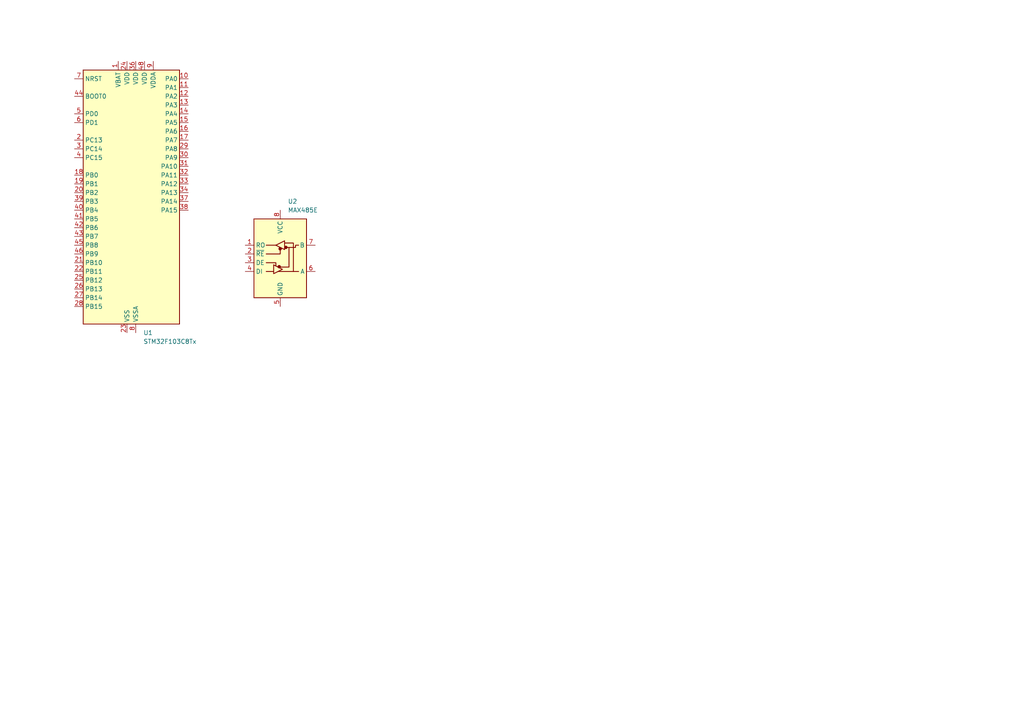
<source format=kicad_sch>
(kicad_sch (version 20231120) (generator "eeschema") (generator_version "8.0")
  (paper "A4")
  (lib_symbols
    (symbol "Interface_UART:MAX485E"
      (property "Reference" "U" (at -6.096 11.43 0))
      (property "Value" "MAX485E" (at 0.762 11.43 0))
      (symbol "MAX485E_0_1"
        (rectangle (start -7.62 10.16) (end 7.62 -12.7) (stroke (width 0.254)) (fill (type background)))
        (circle (center -0.3048 -3.683) (radius 0.3556) (stroke (width 0.254)) (fill (type outline)))
        (circle (center -0.0254 1.4986) (radius 0.3556) (stroke (width 0.254)) (fill (type outline)))
        (polyline (pts (xy -4.064 -5.08) (xy -1.905 -5.08)) (stroke (width 0.254)))
        (polyline (pts (xy -4.064 2.54) (xy -1.27 2.54)) (stroke (width 0.254)))
        (polyline (pts (xy -1.27 -3.2004) (xy -1.27 -3.4544)) (stroke (width 0.254)))
        (polyline (pts (xy -0.635 -5.08) (xy 5.334 -5.08)) (stroke (width 0.254)))
        (polyline (pts (xy -4.064 -2.54) (xy -1.27 -2.54) (xy -1.27 -3.175)) (stroke (width 0.254)))
        (polyline (pts (xy 0 1.27) (xy 0 0) (xy -4.064 0)) (stroke (width 0.254)))
        (polyline (pts (xy 1.27 3.175) (xy 3.81 3.175) (xy 3.81 -5.08)) (stroke (width 0.254)))
        (polyline (pts (xy 2.54 1.905) (xy 2.54 -3.81) (xy 0 -3.81)) (stroke (width 0.254)))
        (polyline (pts (xy -1.905 -3.175) (xy -1.905 -5.715) (xy 0.635 -4.445) (xy -1.905 -3.175)) (stroke (width 0.254)))
        (polyline (pts (xy -1.27 2.54) (xy 1.27 3.81) (xy 1.27 1.27) (xy -1.27 2.54)) (stroke (width 0.254)))
        (polyline (pts (xy 1.905 1.905) (xy 4.445 1.905) (xy 4.445 2.54) (xy 5.334 2.54)) (stroke (width 0.254)))
        (rectangle (start 1.27 3.175) (end 1.27 3.175))
        (circle (center 1.651 1.905) (radius 0.3556) (stroke (width 0.254)) (fill (type outline)))
      )
      (symbol "MAX485E_1_1"
        (pin output line (at -10.16 2.54 0) (length 2.54) (name "RO") (number "1"))
        (pin input line (at -10.16 0 0) (length 2.54) (name "~{RE}") (number "2"))
        (pin input line (at -10.16 -2.54 0) (length 2.54) (name "DE") (number "3"))
        (pin input line (at -10.16 -5.08 0) (length 2.54) (name "DI") (number "4"))
        (pin power_in line (at 0 -15.24 90) (length 2.54) (name "GND") (number "5"))
        (pin bidirectional line (at 10.16 -5.08 180) (length 2.54) (name "A") (number "6"))
        (pin bidirectional line (at 10.16 2.54 180) (length 2.54) (name "B") (number "7"))
        (pin power_in line (at 0 12.7 270) (length 2.54) (name "VCC") (number "8"))
      )
    )
    (symbol "MCU_ST_STM32F1:STM32F103C8Tx"
      (property "Reference" "U" (at -12.7 39.37 0))
      (property "Value" "STM32F103C8Tx" (at 10.16 39.37 0))
      (symbol "STM32F103C8Tx_0_1"
        (rectangle (start -12.7 -35.56) (end 15.24 38.1) (stroke (width 0.254)) (fill (type background)))
      )
      (symbol "STM32F103C8Tx_1_1"
        (pin power_in line (at -2.54 40.64 270) (length 2.54) (name "VBAT") (number "1"))
        (pin bidirectional line (at 17.78 35.56 180) (length 2.54) (name "PA0") (number "10"))
        (pin bidirectional line (at 17.78 33.02 180) (length 2.54) (name "PA1") (number "11"))
        (pin bidirectional line (at 17.78 30.48 180) (length 2.54) (name "PA2") (number "12"))
        (pin bidirectional line (at 17.78 27.94 180) (length 2.54) (name "PA3") (number "13"))
        (pin bidirectional line (at 17.78 25.4 180) (length 2.54) (name "PA4") (number "14"))
        (pin bidirectional line (at 17.78 22.86 180) (length 2.54) (name "PA5") (number "15"))
        (pin bidirectional line (at 17.78 20.32 180) (length 2.54) (name "PA6") (number "16"))
        (pin bidirectional line (at 17.78 17.78 180) (length 2.54) (name "PA7") (number "17"))
        (pin bidirectional line (at -15.24 7.62 0) (length 2.54) (name "PB0") (number "18"))
        (pin bidirectional line (at -15.24 5.08 0) (length 2.54) (name "PB1") (number "19"))
        (pin bidirectional line (at -15.24 17.78 0) (length 2.54) (name "PC13") (number "2"))
        (pin bidirectional line (at -15.24 2.54 0) (length 2.54) (name "PB2") (number "20"))
        (pin bidirectional line (at -15.24 -17.78 0) (length 2.54) (name "PB10") (number "21"))
        (pin bidirectional line (at -15.24 -20.32 0) (length 2.54) (name "PB11") (number "22"))
        (pin power_in line (at 0 -38.1 90) (length 2.54) (name "VSS") (number "23"))
        (pin power_in line (at 0 40.64 270) (length 2.54) (name "VDD") (number "24"))
        (pin bidirectional line (at -15.24 -22.86 0) (length 2.54) (name "PB12") (number "25"))
        (pin bidirectional line (at -15.24 -25.4 0) (length 2.54) (name "PB13") (number "26"))
        (pin bidirectional line (at -15.24 -27.94 0) (length 2.54) (name "PB14") (number "27"))
        (pin bidirectional line (at -15.24 -30.48 0) (length 2.54) (name "PB15") (number "28"))
        (pin bidirectional line (at 17.78 15.24 180) (length 2.54) (name "PA8") (number "29"))
        (pin bidirectional line (at -15.24 15.24 0) (length 2.54) (name "PC14") (number "3"))
        (pin bidirectional line (at 17.78 12.7 180) (length 2.54) (name "PA9") (number "30"))
        (pin bidirectional line (at 17.78 10.16 180) (length 2.54) (name "PA10") (number "31"))
        (pin bidirectional line (at 17.78 7.62 180) (length 2.54) (name "PA11") (number "32"))
        (pin bidirectional line (at 17.78 5.08 180) (length 2.54) (name "PA12") (number "33"))
        (pin bidirectional line (at 17.78 2.54 180) (length 2.54) (name "PA13") (number "34"))
        (pin passive line (at 0 -38.1 90) (length 2.54) hide (name "VSS") (number "35"))
        (pin power_in line (at 2.54 40.64 270) (length 2.54) (name "VDD") (number "36"))
        (pin bidirectional line (at 17.78 0 180) (length 2.54) (name "PA14") (number "37"))
        (pin bidirectional line (at 17.78 -2.54 180) (length 2.54) (name "PA15") (number "38"))
        (pin bidirectional line (at -15.24 0 0) (length 2.54) (name "PB3") (number "39"))
        (pin bidirectional line (at -15.24 12.7 0) (length 2.54) (name "PC15") (number "4"))
        (pin bidirectional line (at -15.24 -2.54 0) (length 2.54) (name "PB4") (number "40"))
        (pin bidirectional line (at -15.24 -5.08 0) (length 2.54) (name "PB5") (number "41"))
        (pin bidirectional line (at -15.24 -7.62 0) (length 2.54) (name "PB6") (number "42"))
        (pin bidirectional line (at -15.24 -10.16 0) (length 2.54) (name "PB7") (number "43"))
        (pin input line (at -15.24 30.48 0) (length 2.54) (name "BOOT0") (number "44"))
        (pin bidirectional line (at -15.24 -12.7 0) (length 2.54) (name "PB8") (number "45"))
        (pin bidirectional line (at -15.24 -15.24 0) (length 2.54) (name "PB9") (number "46"))
        (pin passive line (at 0 -38.1 90) (length 2.54) hide (name "VSS") (number "47"))
        (pin power_in line (at 5.08 40.64 270) (length 2.54) (name "VDD") (number "48"))
        (pin bidirectional line (at -15.24 25.4 0) (length 2.54) (name "PD0") (number "5"))
        (pin bidirectional line (at -15.24 22.86 0) (length 2.54) (name "PD1") (number "6"))
        (pin input line (at -15.24 35.56 0) (length 2.54) (name "NRST") (number "7"))
        (pin power_in line (at 2.54 -38.1 90) (length 2.54) (name "VSSA") (number "8"))
        (pin power_in line (at 7.62 40.64 270) (length 2.54) (name "VDDA") (number "9"))
      )
    )
  )
  (symbol (lib_id "Interface_UART:MAX485E") (at 81.28 73.66 0) (unit 1)
    (property "Reference" "U2" (at 83.4741 58.42 0) (effects (justify left)))
    (property "Value" "MAX485E" (at 83.4741 60.96 0) (effects (justify left)))
    (property "Datasheet" "https://datasheets.maximintegrated.com/en/ds/MAX1487E-MAX491E.pdf" (effects (hide yes)))
    (property "Description" "Half duplex RS-485/RS-422, 2.5 Mbps, ±15kV electro-static discharge (ESD) protection, no slew-rate, no low-power shutdown, with receiver/driver enable, 32 receiver drive capability, DIP-8 and SOIC-8" (effects (hide yes)))
  )
  (symbol (lib_id "MCU_ST_STM32F1:STM32F103C8Tx") (at 36.83 58.42 0) (unit 1)
    (property "Reference" "U1" (at 41.5641 96.52 0) (effects (justify left)))
    (property "Value" "STM32F103C8Tx" (at 41.5641 99.06 0) (effects (justify left)))
    (property "Footprint" "Package_QFP:LQFP-48_7x7mm_P0.5mm" (effects (hide yes)))
    (property "Datasheet" "https://www.st.com/resource/en/datasheet/stm32f103c8.pdf" (effects (hide yes)))
    (property "Description" "STMicroelectronics Arm Cortex-M3 MCU, 64KB flash, 20KB RAM, 72 MHz, 2.0-3.6V, 37 GPIO, LQFP48" (effects (hide yes)))
  )
)
</source>
